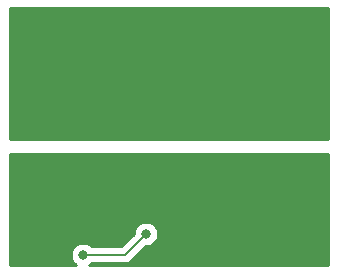
<source format=gbl>
%TF.GenerationSoftware,KiCad,Pcbnew,5.1.10*%
%TF.CreationDate,2021-08-11T21:48:22+02:00*%
%TF.ProjectId,LiPo_Wireless,4c69506f-5f57-4697-9265-6c6573732e6b,rev?*%
%TF.SameCoordinates,Original*%
%TF.FileFunction,Copper,L2,Bot*%
%TF.FilePolarity,Positive*%
%FSLAX46Y46*%
G04 Gerber Fmt 4.6, Leading zero omitted, Abs format (unit mm)*
G04 Created by KiCad (PCBNEW 5.1.10) date 2021-08-11 21:48:22*
%MOMM*%
%LPD*%
G01*
G04 APERTURE LIST*
%TA.AperFunction,ViaPad*%
%ADD10C,0.800000*%
%TD*%
%TA.AperFunction,Conductor*%
%ADD11C,0.200000*%
%TD*%
%TA.AperFunction,Conductor*%
%ADD12C,0.254000*%
%TD*%
%TA.AperFunction,Conductor*%
%ADD13C,0.100000*%
%TD*%
G04 APERTURE END LIST*
D10*
%TO.N,Net-(C1-Pad1)*%
X66929000Y-122428000D03*
%TO.N,Net-(D1-Pad2)*%
X72898000Y-112649000D03*
X85852000Y-106553000D03*
%TO.N,Net-(J_Frq1-Pad1)*%
X71374000Y-123571000D03*
X76708000Y-121793000D03*
%TD*%
D11*
%TO.N,Net-(J_Frq1-Pad1)*%
X74930000Y-123571000D02*
X76708000Y-121793000D01*
X73787000Y-123571000D02*
X74930000Y-123571000D01*
X73787000Y-123571000D02*
X71374000Y-123571000D01*
%TD*%
D12*
%TO.N,Net-(D1-Pad2)*%
X92177001Y-113792000D02*
X65176000Y-113792000D01*
X65176000Y-102641000D01*
X92177001Y-102641000D01*
X92177001Y-113792000D01*
%TA.AperFunction,Conductor*%
D13*
G36*
X92177001Y-113792000D02*
G01*
X65176000Y-113792000D01*
X65176000Y-102641000D01*
X92177001Y-102641000D01*
X92177001Y-113792000D01*
G37*
%TD.AperFunction*%
%TD*%
D12*
%TO.N,Net-(C1-Pad1)*%
X92177000Y-124435000D02*
X71943883Y-124435000D01*
X72033774Y-124374937D01*
X72102711Y-124306000D01*
X74893895Y-124306000D01*
X74930000Y-124309556D01*
X74966105Y-124306000D01*
X75074085Y-124295365D01*
X75212633Y-124253337D01*
X75340320Y-124185087D01*
X75452238Y-124093238D01*
X75475258Y-124065188D01*
X76712447Y-122828000D01*
X76809939Y-122828000D01*
X77009898Y-122788226D01*
X77198256Y-122710205D01*
X77367774Y-122596937D01*
X77511937Y-122452774D01*
X77625205Y-122283256D01*
X77703226Y-122094898D01*
X77743000Y-121894939D01*
X77743000Y-121691061D01*
X77703226Y-121491102D01*
X77625205Y-121302744D01*
X77511937Y-121133226D01*
X77367774Y-120989063D01*
X77198256Y-120875795D01*
X77009898Y-120797774D01*
X76809939Y-120758000D01*
X76606061Y-120758000D01*
X76406102Y-120797774D01*
X76217744Y-120875795D01*
X76048226Y-120989063D01*
X75904063Y-121133226D01*
X75790795Y-121302744D01*
X75712774Y-121491102D01*
X75673000Y-121691061D01*
X75673000Y-121788553D01*
X74625554Y-122836000D01*
X72102711Y-122836000D01*
X72033774Y-122767063D01*
X71864256Y-122653795D01*
X71675898Y-122575774D01*
X71475939Y-122536000D01*
X71272061Y-122536000D01*
X71072102Y-122575774D01*
X70883744Y-122653795D01*
X70714226Y-122767063D01*
X70570063Y-122911226D01*
X70456795Y-123080744D01*
X70378774Y-123269102D01*
X70339000Y-123469061D01*
X70339000Y-123672939D01*
X70378774Y-123872898D01*
X70456795Y-124061256D01*
X70570063Y-124230774D01*
X70714226Y-124374937D01*
X70804117Y-124435000D01*
X65176000Y-124435000D01*
X65176000Y-115062000D01*
X92177000Y-115062000D01*
X92177000Y-124435000D01*
%TA.AperFunction,Conductor*%
D13*
G36*
X92177000Y-124435000D02*
G01*
X71943883Y-124435000D01*
X72033774Y-124374937D01*
X72102711Y-124306000D01*
X74893895Y-124306000D01*
X74930000Y-124309556D01*
X74966105Y-124306000D01*
X75074085Y-124295365D01*
X75212633Y-124253337D01*
X75340320Y-124185087D01*
X75452238Y-124093238D01*
X75475258Y-124065188D01*
X76712447Y-122828000D01*
X76809939Y-122828000D01*
X77009898Y-122788226D01*
X77198256Y-122710205D01*
X77367774Y-122596937D01*
X77511937Y-122452774D01*
X77625205Y-122283256D01*
X77703226Y-122094898D01*
X77743000Y-121894939D01*
X77743000Y-121691061D01*
X77703226Y-121491102D01*
X77625205Y-121302744D01*
X77511937Y-121133226D01*
X77367774Y-120989063D01*
X77198256Y-120875795D01*
X77009898Y-120797774D01*
X76809939Y-120758000D01*
X76606061Y-120758000D01*
X76406102Y-120797774D01*
X76217744Y-120875795D01*
X76048226Y-120989063D01*
X75904063Y-121133226D01*
X75790795Y-121302744D01*
X75712774Y-121491102D01*
X75673000Y-121691061D01*
X75673000Y-121788553D01*
X74625554Y-122836000D01*
X72102711Y-122836000D01*
X72033774Y-122767063D01*
X71864256Y-122653795D01*
X71675898Y-122575774D01*
X71475939Y-122536000D01*
X71272061Y-122536000D01*
X71072102Y-122575774D01*
X70883744Y-122653795D01*
X70714226Y-122767063D01*
X70570063Y-122911226D01*
X70456795Y-123080744D01*
X70378774Y-123269102D01*
X70339000Y-123469061D01*
X70339000Y-123672939D01*
X70378774Y-123872898D01*
X70456795Y-124061256D01*
X70570063Y-124230774D01*
X70714226Y-124374937D01*
X70804117Y-124435000D01*
X65176000Y-124435000D01*
X65176000Y-115062000D01*
X92177000Y-115062000D01*
X92177000Y-124435000D01*
G37*
%TD.AperFunction*%
%TD*%
M02*

</source>
